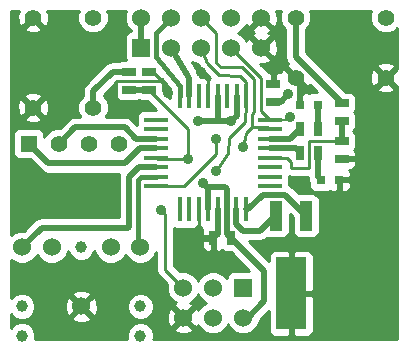
<source format=gtl>
G04 (created by PCBNEW (2013-04-19 BZR 4011)-stable) date 6/24/2013 11:27:29 PM*
%MOIN*%
G04 Gerber Fmt 3.4, Leading zero omitted, Abs format*
%FSLAX34Y34*%
G01*
G70*
G90*
G04 APERTURE LIST*
%ADD10C,0.006*%
%ADD11R,0.055X0.055*%
%ADD12C,0.055*%
%ADD13R,0.06X0.06*%
%ADD14C,0.06*%
%ADD15R,0.045X0.025*%
%ADD16R,0.025X0.045*%
%ADD17R,0.0314X0.0314*%
%ADD18R,0.04X0.099*%
%ADD19R,0.099X0.24*%
%ADD20C,0.0393701*%
%ADD21R,0.0177X0.0787*%
%ADD22R,0.0787X0.0177*%
%ADD23C,0.035*%
%ADD24C,0.02*%
%ADD25C,0.015*%
%ADD26C,0.01*%
G04 APERTURE END LIST*
G54D10*
G54D11*
X71850Y-42700D03*
G54D12*
X72850Y-42700D03*
X73850Y-42700D03*
X74850Y-42700D03*
G54D13*
X75600Y-39500D03*
G54D14*
X75600Y-38500D03*
X76600Y-39500D03*
X76600Y-38500D03*
X77600Y-39500D03*
X77600Y-38500D03*
X78600Y-39500D03*
X78600Y-38500D03*
X79600Y-39500D03*
X79600Y-38500D03*
G54D13*
X79000Y-47500D03*
G54D14*
X79000Y-48500D03*
X78000Y-47500D03*
X78000Y-48500D03*
X77000Y-47500D03*
X77000Y-48500D03*
G54D15*
X75200Y-40300D03*
X75200Y-40900D03*
G54D12*
X72000Y-38500D03*
X74000Y-38500D03*
X72000Y-41500D03*
X74000Y-41500D03*
G54D16*
X80900Y-43000D03*
X81500Y-43000D03*
G54D17*
X81605Y-43900D03*
X82195Y-43900D03*
G54D18*
X81100Y-45105D03*
X80100Y-45105D03*
G54D19*
X80600Y-47690D03*
G54D16*
X78600Y-45850D03*
X78000Y-45850D03*
G54D15*
X80000Y-41300D03*
X80000Y-40700D03*
G54D14*
X71631Y-46153D03*
X72615Y-46153D03*
X74584Y-46153D03*
X75568Y-46153D03*
X73600Y-48122D03*
G54D20*
X71631Y-48122D03*
X75568Y-48122D03*
X75568Y-49106D03*
X71631Y-49106D03*
X73600Y-46153D03*
G54D12*
X80750Y-40500D03*
X80750Y-38500D03*
X83750Y-40500D03*
X83750Y-38500D03*
G54D15*
X82300Y-42600D03*
X82300Y-43200D03*
X75850Y-40900D03*
X75850Y-40300D03*
X82300Y-41350D03*
X82300Y-41950D03*
G54D16*
X80900Y-42200D03*
X81500Y-42200D03*
G54D17*
X81495Y-41400D03*
X80905Y-41400D03*
G54D21*
X79093Y-44896D03*
X78778Y-44896D03*
X78463Y-44896D03*
X78148Y-44896D03*
X77833Y-44896D03*
X77518Y-44896D03*
X77203Y-44896D03*
X76888Y-44896D03*
X76890Y-41130D03*
X79100Y-41130D03*
X78780Y-41130D03*
X78460Y-41130D03*
X78150Y-41130D03*
X77830Y-41130D03*
X77520Y-41130D03*
X77200Y-41130D03*
G54D22*
X76100Y-44112D03*
X76100Y-43798D03*
X76100Y-43482D03*
X76100Y-43168D03*
X76100Y-42852D03*
X76100Y-42538D03*
X76100Y-42222D03*
X76100Y-41908D03*
X79880Y-44110D03*
X79880Y-43800D03*
X79880Y-43480D03*
X79880Y-43170D03*
X79880Y-42860D03*
X79880Y-42540D03*
X79880Y-42220D03*
X79880Y-41900D03*
G54D23*
X78100Y-42550D03*
X80550Y-41800D03*
X79000Y-42800D03*
X76250Y-44900D03*
X77150Y-43200D03*
X78100Y-43600D03*
X81700Y-48500D03*
X81700Y-47100D03*
X83700Y-48900D03*
X83300Y-42900D03*
X83200Y-44600D03*
X82400Y-45900D03*
X77200Y-46200D03*
X74900Y-41600D03*
X71500Y-43700D03*
X77600Y-40300D03*
X76500Y-41000D03*
X77650Y-44000D03*
X77500Y-41950D03*
X80500Y-41050D03*
X78600Y-41950D03*
G54D24*
X76600Y-39500D02*
X77200Y-40500D01*
X77200Y-40500D02*
X77200Y-41130D01*
G54D25*
X76890Y-41130D02*
X76890Y-40790D01*
X76100Y-39000D02*
X76600Y-38500D01*
X76100Y-39800D02*
X76100Y-39000D01*
X76890Y-40790D02*
X76100Y-39800D01*
G54D26*
X77038Y-44112D02*
X76100Y-44112D01*
X78100Y-43050D02*
X77038Y-44112D01*
X78100Y-42550D02*
X78100Y-43050D01*
G54D24*
X79880Y-42860D02*
X80760Y-42860D01*
X80760Y-42860D02*
X80900Y-43000D01*
X79880Y-42540D02*
X80560Y-42540D01*
X80560Y-42540D02*
X80900Y-42200D01*
G54D10*
X79880Y-41900D02*
X80450Y-41900D01*
X80450Y-41900D02*
X80550Y-41800D01*
G54D26*
X78600Y-39500D02*
X79600Y-40500D01*
X79600Y-41620D02*
X79880Y-41900D01*
X79600Y-40500D02*
X79600Y-41620D01*
X79100Y-42350D02*
X79300Y-42150D01*
X79000Y-42800D02*
X79100Y-42350D01*
X79880Y-42220D02*
X79810Y-42150D01*
X78100Y-39000D02*
X77600Y-38500D01*
X78100Y-40000D02*
X78100Y-39000D01*
X78250Y-40150D02*
X78100Y-40000D01*
X78400Y-40150D02*
X78250Y-40150D01*
X78950Y-40150D02*
X78400Y-40150D01*
X79350Y-40550D02*
X78950Y-40150D01*
X79350Y-41650D02*
X79350Y-40550D01*
X79300Y-41700D02*
X79350Y-41650D01*
X79300Y-42150D02*
X79300Y-41700D01*
X79810Y-42150D02*
X79300Y-42150D01*
X75850Y-40900D02*
X77150Y-42200D01*
X77150Y-42200D02*
X77150Y-43200D01*
X77000Y-47500D02*
X76400Y-46900D01*
X76400Y-46900D02*
X76400Y-45050D01*
X76400Y-45050D02*
X76250Y-44900D01*
G54D10*
X76132Y-43200D02*
X76100Y-43168D01*
G54D26*
X77150Y-43200D02*
X76132Y-43200D01*
G54D24*
X75200Y-40900D02*
X75850Y-40900D01*
G54D25*
X76100Y-43798D02*
X75602Y-43798D01*
X75500Y-46085D02*
X75568Y-46153D01*
X75500Y-43900D02*
X75500Y-46085D01*
X75602Y-43798D02*
X75500Y-43900D01*
G54D26*
X79100Y-41130D02*
X79100Y-41640D01*
X78500Y-43000D02*
X78100Y-43600D01*
X78530Y-42510D02*
X78500Y-43000D01*
X79070Y-41970D02*
X78530Y-42510D01*
X79070Y-41670D02*
X79070Y-41970D01*
X79100Y-41640D02*
X79070Y-41670D01*
X77600Y-39500D02*
X77800Y-40000D01*
X79100Y-40650D02*
X79100Y-41130D01*
X78900Y-40450D02*
X79100Y-40650D01*
X78200Y-40400D02*
X78900Y-40450D01*
X77800Y-40000D02*
X78200Y-40400D01*
G54D24*
X71850Y-42700D02*
X72500Y-43350D01*
X75548Y-42852D02*
X76100Y-42852D01*
X75050Y-43350D02*
X75548Y-42852D01*
X72500Y-43350D02*
X75050Y-43350D01*
X72850Y-42700D02*
X73400Y-42150D01*
X75438Y-42538D02*
X76100Y-42538D01*
X75050Y-42150D02*
X75438Y-42538D01*
X73400Y-42150D02*
X75050Y-42150D01*
X80100Y-45105D02*
X80045Y-45105D01*
X78778Y-45378D02*
X78778Y-44896D01*
X79000Y-45600D02*
X78778Y-45378D01*
X79550Y-45600D02*
X79000Y-45600D01*
X80045Y-45105D02*
X79550Y-45600D01*
X79093Y-44896D02*
X79154Y-44896D01*
X80395Y-44400D02*
X81100Y-45105D01*
X79650Y-44400D02*
X80395Y-44400D01*
X79154Y-44896D02*
X79650Y-44400D01*
X76100Y-43482D02*
X75529Y-43482D01*
X72285Y-45500D02*
X71631Y-46153D01*
X75150Y-45500D02*
X72285Y-45500D01*
X75200Y-45450D02*
X75150Y-45500D01*
X75200Y-43811D02*
X75200Y-45450D01*
X75529Y-43482D02*
X75200Y-43811D01*
G54D26*
X82300Y-42600D02*
X81200Y-42600D01*
X80470Y-43170D02*
X79880Y-43170D01*
X80600Y-43300D02*
X80470Y-43170D01*
X80600Y-43500D02*
X80600Y-43300D01*
X81200Y-43500D02*
X80600Y-43500D01*
X81200Y-42600D02*
X81200Y-43500D01*
G54D24*
X82300Y-41950D02*
X82300Y-42600D01*
G54D26*
X83700Y-48900D02*
X83700Y-47200D01*
X81390Y-47690D02*
X81700Y-48000D01*
X81700Y-48000D02*
X81700Y-48500D01*
X81700Y-47100D02*
X83500Y-48900D01*
X83500Y-48900D02*
X83700Y-48900D01*
X80600Y-47690D02*
X81390Y-47690D01*
X83300Y-44500D02*
X83300Y-42900D01*
X83200Y-44600D02*
X83300Y-44500D01*
X83700Y-47200D02*
X82400Y-45900D01*
G54D24*
X78000Y-45850D02*
X77550Y-45850D01*
X77550Y-45850D02*
X77200Y-46200D01*
G54D26*
X74750Y-40650D02*
X74750Y-41450D01*
X74750Y-41450D02*
X74900Y-41600D01*
X77518Y-44896D02*
X77518Y-45582D01*
X77518Y-45582D02*
X77500Y-45600D01*
X76500Y-40800D02*
X76500Y-41000D01*
X77830Y-40530D02*
X77830Y-41130D01*
X77600Y-40300D02*
X77830Y-40530D01*
X75850Y-40300D02*
X76000Y-40300D01*
X74700Y-40700D02*
X74750Y-40650D01*
X74750Y-40650D02*
X74800Y-40600D01*
X74800Y-40600D02*
X76300Y-40600D01*
X76300Y-40600D02*
X76500Y-40800D01*
X74700Y-40700D02*
X74700Y-40900D01*
X76000Y-40300D02*
X76500Y-40800D01*
G54D24*
X80905Y-41400D02*
X80905Y-40655D01*
X80905Y-40655D02*
X80750Y-40500D01*
X78148Y-44896D02*
X78148Y-45702D01*
X78148Y-45702D02*
X78000Y-45850D01*
X80750Y-38500D02*
X80750Y-39800D01*
X80750Y-39800D02*
X82300Y-41350D01*
X81495Y-41400D02*
X81495Y-42195D01*
X81495Y-42195D02*
X81500Y-42200D01*
X74000Y-41500D02*
X74000Y-40950D01*
X74650Y-40300D02*
X75200Y-40300D01*
X74000Y-40950D02*
X74650Y-40300D01*
X81500Y-43000D02*
X81500Y-43795D01*
X81500Y-43795D02*
X81495Y-43800D01*
X77833Y-44250D02*
X77833Y-44183D01*
X77833Y-44183D02*
X77650Y-44000D01*
X78463Y-44896D02*
X78463Y-44213D01*
X77833Y-44167D02*
X77833Y-44250D01*
X77833Y-44250D02*
X77833Y-44896D01*
X77850Y-44150D02*
X77833Y-44167D01*
X78400Y-44150D02*
X77850Y-44150D01*
X78463Y-44213D02*
X78400Y-44150D01*
X79000Y-48500D02*
X79150Y-48500D01*
X79700Y-46950D02*
X78600Y-45850D01*
X79700Y-47950D02*
X79700Y-46950D01*
X79150Y-48500D02*
X79700Y-47950D01*
X77500Y-41950D02*
X78600Y-41950D01*
X78600Y-41950D02*
X78200Y-41950D01*
X78200Y-41950D02*
X78150Y-41900D01*
X78150Y-41900D02*
X78150Y-41130D01*
X80000Y-41300D02*
X80250Y-41300D01*
X80250Y-41300D02*
X80500Y-41050D01*
X78780Y-41770D02*
X78780Y-41130D01*
X78600Y-41950D02*
X78780Y-41770D01*
X78463Y-44896D02*
X78463Y-45713D01*
X78463Y-45713D02*
X78600Y-45850D01*
X75600Y-38500D02*
X75600Y-39500D01*
G54D10*
G36*
X74926Y-42705D02*
X74855Y-42776D01*
X74850Y-42770D01*
X74844Y-42776D01*
X74773Y-42705D01*
X74779Y-42700D01*
X74773Y-42694D01*
X74844Y-42623D01*
X74850Y-42629D01*
X74855Y-42623D01*
X74926Y-42694D01*
X74920Y-42700D01*
X74926Y-42705D01*
X74926Y-42705D01*
G37*
G54D26*
X74926Y-42705D02*
X74855Y-42776D01*
X74850Y-42770D01*
X74844Y-42776D01*
X74773Y-42705D01*
X74779Y-42700D01*
X74773Y-42694D01*
X74844Y-42623D01*
X74850Y-42629D01*
X74855Y-42623D01*
X74926Y-42694D01*
X74920Y-42700D01*
X74926Y-42705D01*
G54D10*
G36*
X75250Y-38950D02*
X75158Y-38987D01*
X75088Y-39058D01*
X75050Y-39150D01*
X75049Y-39249D01*
X75049Y-39849D01*
X75081Y-39924D01*
X74925Y-39924D01*
X74864Y-39950D01*
X74650Y-39950D01*
X74516Y-39976D01*
X74402Y-40052D01*
X73752Y-40702D01*
X73676Y-40816D01*
X73650Y-40950D01*
X73650Y-41107D01*
X73555Y-41202D01*
X73475Y-41395D01*
X73474Y-41603D01*
X73554Y-41797D01*
X73557Y-41800D01*
X73400Y-41800D01*
X73266Y-41826D01*
X73152Y-41902D01*
X72879Y-42175D01*
X72746Y-42174D01*
X72553Y-42254D01*
X72529Y-42277D01*
X72529Y-41575D01*
X72518Y-41367D01*
X72460Y-41227D01*
X72367Y-41202D01*
X72297Y-41273D01*
X72297Y-41132D01*
X72297Y-38867D01*
X72000Y-38570D01*
X71702Y-38867D01*
X71727Y-38960D01*
X71924Y-39029D01*
X72132Y-39018D01*
X72272Y-38960D01*
X72297Y-38867D01*
X72297Y-41132D01*
X72272Y-41039D01*
X72075Y-40970D01*
X71867Y-40981D01*
X71727Y-41039D01*
X71702Y-41132D01*
X72000Y-41429D01*
X72297Y-41132D01*
X72297Y-41273D01*
X72070Y-41500D01*
X72367Y-41797D01*
X72460Y-41772D01*
X72529Y-41575D01*
X72529Y-42277D01*
X72405Y-42402D01*
X72375Y-42474D01*
X72375Y-42375D01*
X72337Y-42283D01*
X72297Y-42243D01*
X72297Y-41867D01*
X72000Y-41570D01*
X71929Y-41641D01*
X71929Y-41500D01*
X71632Y-41202D01*
X71539Y-41227D01*
X71470Y-41424D01*
X71481Y-41632D01*
X71539Y-41772D01*
X71632Y-41797D01*
X71929Y-41500D01*
X71929Y-41641D01*
X71702Y-41867D01*
X71727Y-41960D01*
X71924Y-42029D01*
X72132Y-42018D01*
X72272Y-41960D01*
X72297Y-41867D01*
X72297Y-42243D01*
X72266Y-42213D01*
X72174Y-42175D01*
X72075Y-42174D01*
X71525Y-42174D01*
X71433Y-42212D01*
X71363Y-42283D01*
X71325Y-42375D01*
X71324Y-42474D01*
X71324Y-43024D01*
X71362Y-43116D01*
X71433Y-43186D01*
X71525Y-43224D01*
X71624Y-43225D01*
X71880Y-43225D01*
X72252Y-43597D01*
X72366Y-43673D01*
X72500Y-43700D01*
X74872Y-43700D01*
X74850Y-43811D01*
X74850Y-45150D01*
X72285Y-45150D01*
X72151Y-45176D01*
X72037Y-45252D01*
X71686Y-45603D01*
X71522Y-45603D01*
X71320Y-45687D01*
X71269Y-45737D01*
X71269Y-38269D01*
X71524Y-38269D01*
X71470Y-38424D01*
X71481Y-38632D01*
X71539Y-38772D01*
X71632Y-38797D01*
X71929Y-38500D01*
X71923Y-38494D01*
X71994Y-38423D01*
X72000Y-38429D01*
X72005Y-38423D01*
X72076Y-38494D01*
X72070Y-38500D01*
X72367Y-38797D01*
X72460Y-38772D01*
X72529Y-38575D01*
X72518Y-38367D01*
X72478Y-38269D01*
X73527Y-38269D01*
X73475Y-38395D01*
X73474Y-38603D01*
X73554Y-38797D01*
X73702Y-38944D01*
X73895Y-39024D01*
X74103Y-39025D01*
X74297Y-38945D01*
X74444Y-38797D01*
X74524Y-38604D01*
X74525Y-38396D01*
X74472Y-38269D01*
X75100Y-38269D01*
X75050Y-38390D01*
X75049Y-38608D01*
X75133Y-38811D01*
X75250Y-38927D01*
X75250Y-38950D01*
X75250Y-38950D01*
G37*
G54D26*
X75250Y-38950D02*
X75158Y-38987D01*
X75088Y-39058D01*
X75050Y-39150D01*
X75049Y-39249D01*
X75049Y-39849D01*
X75081Y-39924D01*
X74925Y-39924D01*
X74864Y-39950D01*
X74650Y-39950D01*
X74516Y-39976D01*
X74402Y-40052D01*
X73752Y-40702D01*
X73676Y-40816D01*
X73650Y-40950D01*
X73650Y-41107D01*
X73555Y-41202D01*
X73475Y-41395D01*
X73474Y-41603D01*
X73554Y-41797D01*
X73557Y-41800D01*
X73400Y-41800D01*
X73266Y-41826D01*
X73152Y-41902D01*
X72879Y-42175D01*
X72746Y-42174D01*
X72553Y-42254D01*
X72529Y-42277D01*
X72529Y-41575D01*
X72518Y-41367D01*
X72460Y-41227D01*
X72367Y-41202D01*
X72297Y-41273D01*
X72297Y-41132D01*
X72297Y-38867D01*
X72000Y-38570D01*
X71702Y-38867D01*
X71727Y-38960D01*
X71924Y-39029D01*
X72132Y-39018D01*
X72272Y-38960D01*
X72297Y-38867D01*
X72297Y-41132D01*
X72272Y-41039D01*
X72075Y-40970D01*
X71867Y-40981D01*
X71727Y-41039D01*
X71702Y-41132D01*
X72000Y-41429D01*
X72297Y-41132D01*
X72297Y-41273D01*
X72070Y-41500D01*
X72367Y-41797D01*
X72460Y-41772D01*
X72529Y-41575D01*
X72529Y-42277D01*
X72405Y-42402D01*
X72375Y-42474D01*
X72375Y-42375D01*
X72337Y-42283D01*
X72297Y-42243D01*
X72297Y-41867D01*
X72000Y-41570D01*
X71929Y-41641D01*
X71929Y-41500D01*
X71632Y-41202D01*
X71539Y-41227D01*
X71470Y-41424D01*
X71481Y-41632D01*
X71539Y-41772D01*
X71632Y-41797D01*
X71929Y-41500D01*
X71929Y-41641D01*
X71702Y-41867D01*
X71727Y-41960D01*
X71924Y-42029D01*
X72132Y-42018D01*
X72272Y-41960D01*
X72297Y-41867D01*
X72297Y-42243D01*
X72266Y-42213D01*
X72174Y-42175D01*
X72075Y-42174D01*
X71525Y-42174D01*
X71433Y-42212D01*
X71363Y-42283D01*
X71325Y-42375D01*
X71324Y-42474D01*
X71324Y-43024D01*
X71362Y-43116D01*
X71433Y-43186D01*
X71525Y-43224D01*
X71624Y-43225D01*
X71880Y-43225D01*
X72252Y-43597D01*
X72366Y-43673D01*
X72500Y-43700D01*
X74872Y-43700D01*
X74850Y-43811D01*
X74850Y-45150D01*
X72285Y-45150D01*
X72151Y-45176D01*
X72037Y-45252D01*
X71686Y-45603D01*
X71522Y-45603D01*
X71320Y-45687D01*
X71269Y-45737D01*
X71269Y-38269D01*
X71524Y-38269D01*
X71470Y-38424D01*
X71481Y-38632D01*
X71539Y-38772D01*
X71632Y-38797D01*
X71929Y-38500D01*
X71923Y-38494D01*
X71994Y-38423D01*
X72000Y-38429D01*
X72005Y-38423D01*
X72076Y-38494D01*
X72070Y-38500D01*
X72367Y-38797D01*
X72460Y-38772D01*
X72529Y-38575D01*
X72518Y-38367D01*
X72478Y-38269D01*
X73527Y-38269D01*
X73475Y-38395D01*
X73474Y-38603D01*
X73554Y-38797D01*
X73702Y-38944D01*
X73895Y-39024D01*
X74103Y-39025D01*
X74297Y-38945D01*
X74444Y-38797D01*
X74524Y-38604D01*
X74525Y-38396D01*
X74472Y-38269D01*
X75100Y-38269D01*
X75050Y-38390D01*
X75049Y-38608D01*
X75133Y-38811D01*
X75250Y-38927D01*
X75250Y-38950D01*
G54D10*
G36*
X75907Y-40350D02*
X75900Y-40350D01*
X75900Y-40357D01*
X75800Y-40357D01*
X75800Y-40350D01*
X75792Y-40350D01*
X75792Y-40250D01*
X75800Y-40250D01*
X75800Y-40242D01*
X75900Y-40242D01*
X75900Y-40250D01*
X75907Y-40250D01*
X75907Y-40350D01*
X75907Y-40350D01*
G37*
G54D26*
X75907Y-40350D02*
X75900Y-40350D01*
X75900Y-40357D01*
X75800Y-40357D01*
X75800Y-40350D01*
X75792Y-40350D01*
X75792Y-40250D01*
X75800Y-40250D01*
X75800Y-40242D01*
X75900Y-40242D01*
X75900Y-40250D01*
X75907Y-40250D01*
X75907Y-40350D01*
G54D10*
G36*
X76095Y-41569D02*
X75656Y-41569D01*
X75565Y-41607D01*
X75494Y-41677D01*
X75456Y-41769D01*
X75456Y-41869D01*
X75456Y-42046D01*
X75464Y-42064D01*
X75462Y-42068D01*
X75297Y-41902D01*
X75183Y-41826D01*
X75050Y-41800D01*
X74442Y-41800D01*
X74444Y-41797D01*
X74524Y-41604D01*
X74525Y-41396D01*
X74445Y-41203D01*
X74350Y-41107D01*
X74350Y-41094D01*
X74728Y-40716D01*
X74725Y-40725D01*
X74724Y-40824D01*
X74724Y-41074D01*
X74762Y-41166D01*
X74833Y-41236D01*
X74925Y-41274D01*
X75024Y-41275D01*
X75474Y-41275D01*
X75525Y-41254D01*
X75575Y-41274D01*
X75674Y-41275D01*
X75800Y-41275D01*
X76095Y-41569D01*
X76095Y-41569D01*
G37*
G54D26*
X76095Y-41569D02*
X75656Y-41569D01*
X75565Y-41607D01*
X75494Y-41677D01*
X75456Y-41769D01*
X75456Y-41869D01*
X75456Y-42046D01*
X75464Y-42064D01*
X75462Y-42068D01*
X75297Y-41902D01*
X75183Y-41826D01*
X75050Y-41800D01*
X74442Y-41800D01*
X74444Y-41797D01*
X74524Y-41604D01*
X74525Y-41396D01*
X74445Y-41203D01*
X74350Y-41107D01*
X74350Y-41094D01*
X74728Y-40716D01*
X74725Y-40725D01*
X74724Y-40824D01*
X74724Y-41074D01*
X74762Y-41166D01*
X74833Y-41236D01*
X74925Y-41274D01*
X75024Y-41275D01*
X75474Y-41275D01*
X75525Y-41254D01*
X75575Y-41274D01*
X75674Y-41275D01*
X75800Y-41275D01*
X76095Y-41569D01*
G54D10*
G36*
X76551Y-41177D02*
X76325Y-40950D01*
X76325Y-40725D01*
X76287Y-40633D01*
X76253Y-40600D01*
X76287Y-40566D01*
X76290Y-40559D01*
X76551Y-40886D01*
X76551Y-41177D01*
X76551Y-41177D01*
G37*
G54D26*
X76551Y-41177D02*
X76325Y-40950D01*
X76325Y-40725D01*
X76287Y-40633D01*
X76253Y-40600D01*
X76287Y-40566D01*
X76290Y-40559D01*
X76551Y-40886D01*
X76551Y-41177D01*
G54D10*
G36*
X77899Y-40523D02*
X77874Y-40549D01*
X77874Y-40570D01*
X77849Y-40594D01*
X77835Y-40630D01*
X77820Y-40595D01*
X77785Y-40560D01*
X77785Y-40549D01*
X77723Y-40486D01*
X77691Y-40486D01*
X77675Y-40493D01*
X77658Y-40486D01*
X77558Y-40486D01*
X77547Y-40486D01*
X77545Y-40476D01*
X77546Y-40447D01*
X77530Y-40403D01*
X77523Y-40366D01*
X77510Y-40346D01*
X77500Y-40319D01*
X77288Y-39966D01*
X77490Y-40049D01*
X77496Y-40049D01*
X77521Y-40111D01*
X77522Y-40113D01*
X77522Y-40114D01*
X77553Y-40161D01*
X77585Y-40209D01*
X77586Y-40210D01*
X77587Y-40212D01*
X77899Y-40523D01*
X77899Y-40523D01*
G37*
G54D26*
X77899Y-40523D02*
X77874Y-40549D01*
X77874Y-40570D01*
X77849Y-40594D01*
X77835Y-40630D01*
X77820Y-40595D01*
X77785Y-40560D01*
X77785Y-40549D01*
X77723Y-40486D01*
X77691Y-40486D01*
X77675Y-40493D01*
X77658Y-40486D01*
X77558Y-40486D01*
X77547Y-40486D01*
X77545Y-40476D01*
X77546Y-40447D01*
X77530Y-40403D01*
X77523Y-40366D01*
X77510Y-40346D01*
X77500Y-40319D01*
X77288Y-39966D01*
X77490Y-40049D01*
X77496Y-40049D01*
X77521Y-40111D01*
X77522Y-40113D01*
X77522Y-40114D01*
X77553Y-40161D01*
X77585Y-40209D01*
X77586Y-40210D01*
X77587Y-40212D01*
X77899Y-40523D01*
G54D10*
G36*
X79204Y-46949D02*
X78650Y-46949D01*
X78558Y-46987D01*
X78488Y-47058D01*
X78450Y-47150D01*
X78450Y-47172D01*
X78311Y-47034D01*
X78109Y-46950D01*
X77950Y-46949D01*
X77950Y-46262D01*
X77950Y-45900D01*
X77687Y-45900D01*
X77625Y-45962D01*
X77624Y-46025D01*
X77625Y-46124D01*
X77663Y-46216D01*
X77733Y-46287D01*
X77825Y-46325D01*
X77887Y-46325D01*
X77950Y-46262D01*
X77950Y-46949D01*
X77891Y-46949D01*
X77688Y-47033D01*
X77534Y-47188D01*
X77500Y-47269D01*
X77466Y-47188D01*
X77311Y-47034D01*
X77109Y-46950D01*
X76891Y-46949D01*
X76879Y-46954D01*
X76700Y-46775D01*
X76700Y-45518D01*
X76749Y-45539D01*
X76849Y-45539D01*
X77026Y-45539D01*
X77045Y-45531D01*
X77064Y-45539D01*
X77164Y-45539D01*
X77341Y-45539D01*
X77360Y-45531D01*
X77379Y-45539D01*
X77411Y-45539D01*
X77473Y-45477D01*
X77473Y-45460D01*
X77503Y-45431D01*
X77517Y-45395D01*
X77532Y-45430D01*
X77562Y-45460D01*
X77562Y-45477D01*
X77624Y-45539D01*
X77639Y-45539D01*
X77625Y-45575D01*
X77624Y-45674D01*
X77625Y-45737D01*
X77687Y-45800D01*
X77950Y-45800D01*
X77950Y-45792D01*
X78050Y-45792D01*
X78050Y-45800D01*
X78057Y-45800D01*
X78057Y-45900D01*
X78050Y-45900D01*
X78050Y-46262D01*
X78112Y-46325D01*
X78174Y-46325D01*
X78266Y-46287D01*
X78299Y-46253D01*
X78333Y-46286D01*
X78425Y-46324D01*
X78524Y-46325D01*
X78580Y-46325D01*
X79204Y-46949D01*
X79204Y-46949D01*
G37*
G54D26*
X79204Y-46949D02*
X78650Y-46949D01*
X78558Y-46987D01*
X78488Y-47058D01*
X78450Y-47150D01*
X78450Y-47172D01*
X78311Y-47034D01*
X78109Y-46950D01*
X77950Y-46949D01*
X77950Y-46262D01*
X77950Y-45900D01*
X77687Y-45900D01*
X77625Y-45962D01*
X77624Y-46025D01*
X77625Y-46124D01*
X77663Y-46216D01*
X77733Y-46287D01*
X77825Y-46325D01*
X77887Y-46325D01*
X77950Y-46262D01*
X77950Y-46949D01*
X77891Y-46949D01*
X77688Y-47033D01*
X77534Y-47188D01*
X77500Y-47269D01*
X77466Y-47188D01*
X77311Y-47034D01*
X77109Y-46950D01*
X76891Y-46949D01*
X76879Y-46954D01*
X76700Y-46775D01*
X76700Y-45518D01*
X76749Y-45539D01*
X76849Y-45539D01*
X77026Y-45539D01*
X77045Y-45531D01*
X77064Y-45539D01*
X77164Y-45539D01*
X77341Y-45539D01*
X77360Y-45531D01*
X77379Y-45539D01*
X77411Y-45539D01*
X77473Y-45477D01*
X77473Y-45460D01*
X77503Y-45431D01*
X77517Y-45395D01*
X77532Y-45430D01*
X77562Y-45460D01*
X77562Y-45477D01*
X77624Y-45539D01*
X77639Y-45539D01*
X77625Y-45575D01*
X77624Y-45674D01*
X77625Y-45737D01*
X77687Y-45800D01*
X77950Y-45800D01*
X77950Y-45792D01*
X78050Y-45792D01*
X78050Y-45800D01*
X78057Y-45800D01*
X78057Y-45900D01*
X78050Y-45900D01*
X78050Y-46262D01*
X78112Y-46325D01*
X78174Y-46325D01*
X78266Y-46287D01*
X78299Y-46253D01*
X78333Y-46286D01*
X78425Y-46324D01*
X78524Y-46325D01*
X78580Y-46325D01*
X79204Y-46949D01*
G54D10*
G36*
X80962Y-41450D02*
X80955Y-41450D01*
X80955Y-41457D01*
X80855Y-41457D01*
X80855Y-41450D01*
X80847Y-41450D01*
X80847Y-41350D01*
X80855Y-41350D01*
X80855Y-41342D01*
X80955Y-41342D01*
X80955Y-41350D01*
X80962Y-41350D01*
X80962Y-41450D01*
X80962Y-41450D01*
G37*
G54D26*
X80962Y-41450D02*
X80955Y-41450D01*
X80955Y-41457D01*
X80855Y-41457D01*
X80855Y-41450D01*
X80847Y-41450D01*
X80847Y-41350D01*
X80855Y-41350D01*
X80855Y-41342D01*
X80955Y-41342D01*
X80955Y-41350D01*
X80962Y-41350D01*
X80962Y-41450D01*
G54D10*
G36*
X81447Y-40992D02*
X81288Y-40992D01*
X81200Y-41029D01*
X81111Y-40992D01*
X81017Y-40993D01*
X80955Y-41055D01*
X80955Y-40993D01*
X80944Y-40993D01*
X81022Y-40960D01*
X81047Y-40867D01*
X80750Y-40570D01*
X80744Y-40576D01*
X80673Y-40505D01*
X80679Y-40500D01*
X80382Y-40202D01*
X80289Y-40227D01*
X80255Y-40325D01*
X80175Y-40324D01*
X80154Y-40324D01*
X80154Y-39581D01*
X80143Y-39363D01*
X80081Y-39212D01*
X79985Y-39184D01*
X79915Y-39255D01*
X79915Y-39114D01*
X79887Y-39018D01*
X79839Y-39001D01*
X79887Y-38981D01*
X79915Y-38885D01*
X79600Y-38570D01*
X79284Y-38885D01*
X79312Y-38981D01*
X79360Y-38998D01*
X79312Y-39018D01*
X79284Y-39114D01*
X79600Y-39429D01*
X79915Y-39114D01*
X79915Y-39255D01*
X79670Y-39500D01*
X79985Y-39815D01*
X80081Y-39787D01*
X80154Y-39581D01*
X80154Y-40324D01*
X80112Y-40325D01*
X80050Y-40387D01*
X80050Y-40650D01*
X80057Y-40650D01*
X80057Y-40750D01*
X80050Y-40750D01*
X80050Y-40757D01*
X79950Y-40757D01*
X79950Y-40750D01*
X79942Y-40750D01*
X79942Y-40650D01*
X79950Y-40650D01*
X79950Y-40387D01*
X79887Y-40325D01*
X79836Y-40324D01*
X79812Y-40287D01*
X79812Y-40287D01*
X79576Y-40051D01*
X79736Y-40043D01*
X79887Y-39981D01*
X79915Y-39885D01*
X79600Y-39570D01*
X79594Y-39576D01*
X79523Y-39505D01*
X79529Y-39500D01*
X79214Y-39184D01*
X79118Y-39212D01*
X79099Y-39267D01*
X79066Y-39188D01*
X78911Y-39034D01*
X78830Y-39000D01*
X78911Y-38966D01*
X79065Y-38811D01*
X79097Y-38736D01*
X79118Y-38787D01*
X79214Y-38815D01*
X79529Y-38500D01*
X79523Y-38494D01*
X79594Y-38423D01*
X79600Y-38429D01*
X79605Y-38423D01*
X79676Y-38494D01*
X79670Y-38500D01*
X79985Y-38815D01*
X80081Y-38787D01*
X80154Y-38581D01*
X80143Y-38363D01*
X80105Y-38269D01*
X80277Y-38269D01*
X80225Y-38395D01*
X80224Y-38603D01*
X80304Y-38797D01*
X80400Y-38892D01*
X80400Y-39800D01*
X80426Y-39933D01*
X80492Y-40032D01*
X80477Y-40039D01*
X80452Y-40132D01*
X80750Y-40429D01*
X80755Y-40423D01*
X80826Y-40494D01*
X80820Y-40500D01*
X81117Y-40797D01*
X81210Y-40772D01*
X81215Y-40760D01*
X81447Y-40992D01*
X81447Y-40992D01*
G37*
G54D26*
X81447Y-40992D02*
X81288Y-40992D01*
X81200Y-41029D01*
X81111Y-40992D01*
X81017Y-40993D01*
X80955Y-41055D01*
X80955Y-40993D01*
X80944Y-40993D01*
X81022Y-40960D01*
X81047Y-40867D01*
X80750Y-40570D01*
X80744Y-40576D01*
X80673Y-40505D01*
X80679Y-40500D01*
X80382Y-40202D01*
X80289Y-40227D01*
X80255Y-40325D01*
X80175Y-40324D01*
X80154Y-40324D01*
X80154Y-39581D01*
X80143Y-39363D01*
X80081Y-39212D01*
X79985Y-39184D01*
X79915Y-39255D01*
X79915Y-39114D01*
X79887Y-39018D01*
X79839Y-39001D01*
X79887Y-38981D01*
X79915Y-38885D01*
X79600Y-38570D01*
X79284Y-38885D01*
X79312Y-38981D01*
X79360Y-38998D01*
X79312Y-39018D01*
X79284Y-39114D01*
X79600Y-39429D01*
X79915Y-39114D01*
X79915Y-39255D01*
X79670Y-39500D01*
X79985Y-39815D01*
X80081Y-39787D01*
X80154Y-39581D01*
X80154Y-40324D01*
X80112Y-40325D01*
X80050Y-40387D01*
X80050Y-40650D01*
X80057Y-40650D01*
X80057Y-40750D01*
X80050Y-40750D01*
X80050Y-40757D01*
X79950Y-40757D01*
X79950Y-40750D01*
X79942Y-40750D01*
X79942Y-40650D01*
X79950Y-40650D01*
X79950Y-40387D01*
X79887Y-40325D01*
X79836Y-40324D01*
X79812Y-40287D01*
X79812Y-40287D01*
X79576Y-40051D01*
X79736Y-40043D01*
X79887Y-39981D01*
X79915Y-39885D01*
X79600Y-39570D01*
X79594Y-39576D01*
X79523Y-39505D01*
X79529Y-39500D01*
X79214Y-39184D01*
X79118Y-39212D01*
X79099Y-39267D01*
X79066Y-39188D01*
X78911Y-39034D01*
X78830Y-39000D01*
X78911Y-38966D01*
X79065Y-38811D01*
X79097Y-38736D01*
X79118Y-38787D01*
X79214Y-38815D01*
X79529Y-38500D01*
X79523Y-38494D01*
X79594Y-38423D01*
X79600Y-38429D01*
X79605Y-38423D01*
X79676Y-38494D01*
X79670Y-38500D01*
X79985Y-38815D01*
X80081Y-38787D01*
X80154Y-38581D01*
X80143Y-38363D01*
X80105Y-38269D01*
X80277Y-38269D01*
X80225Y-38395D01*
X80224Y-38603D01*
X80304Y-38797D01*
X80400Y-38892D01*
X80400Y-39800D01*
X80426Y-39933D01*
X80492Y-40032D01*
X80477Y-40039D01*
X80452Y-40132D01*
X80750Y-40429D01*
X80755Y-40423D01*
X80826Y-40494D01*
X80820Y-40500D01*
X81117Y-40797D01*
X81210Y-40772D01*
X81215Y-40760D01*
X81447Y-40992D01*
G54D10*
G36*
X84130Y-49230D02*
X84047Y-49230D01*
X84047Y-40867D01*
X83750Y-40570D01*
X83679Y-40641D01*
X83679Y-40500D01*
X83382Y-40202D01*
X83289Y-40227D01*
X83220Y-40424D01*
X83231Y-40632D01*
X83289Y-40772D01*
X83382Y-40797D01*
X83679Y-40500D01*
X83679Y-40641D01*
X83452Y-40867D01*
X83477Y-40960D01*
X83674Y-41029D01*
X83882Y-41018D01*
X84022Y-40960D01*
X84047Y-40867D01*
X84047Y-49230D01*
X82775Y-49230D01*
X82602Y-49230D01*
X82602Y-44007D01*
X82602Y-44012D01*
X82539Y-43950D01*
X82245Y-43950D01*
X82245Y-44244D01*
X82307Y-44307D01*
X82401Y-44307D01*
X82493Y-44269D01*
X82563Y-44198D01*
X82601Y-44106D01*
X82602Y-44007D01*
X82602Y-49230D01*
X81345Y-49230D01*
X81345Y-48939D01*
X81345Y-46440D01*
X81307Y-46348D01*
X81236Y-46278D01*
X81144Y-46240D01*
X81045Y-46239D01*
X80712Y-46240D01*
X80650Y-46302D01*
X80650Y-47640D01*
X81282Y-47640D01*
X81345Y-47577D01*
X81345Y-46440D01*
X81345Y-48939D01*
X81345Y-47802D01*
X81282Y-47740D01*
X80650Y-47740D01*
X80650Y-49077D01*
X80712Y-49140D01*
X81045Y-49140D01*
X81144Y-49139D01*
X81236Y-49101D01*
X81307Y-49031D01*
X81345Y-48939D01*
X81345Y-49230D01*
X77315Y-49230D01*
X77315Y-48885D01*
X77000Y-48570D01*
X76929Y-48641D01*
X76929Y-48500D01*
X76614Y-48184D01*
X76518Y-48212D01*
X76445Y-48418D01*
X76456Y-48636D01*
X76518Y-48787D01*
X76614Y-48815D01*
X76929Y-48500D01*
X76929Y-48641D01*
X76684Y-48885D01*
X76712Y-48981D01*
X76918Y-49054D01*
X77136Y-49043D01*
X77287Y-48981D01*
X77315Y-48885D01*
X77315Y-49230D01*
X76000Y-49230D01*
X76015Y-49195D01*
X76015Y-49017D01*
X76015Y-48033D01*
X75947Y-47869D01*
X75821Y-47743D01*
X75657Y-47675D01*
X75480Y-47675D01*
X75315Y-47743D01*
X75189Y-47868D01*
X75121Y-48032D01*
X75121Y-48210D01*
X75189Y-48374D01*
X75315Y-48500D01*
X75479Y-48568D01*
X75656Y-48568D01*
X75821Y-48501D01*
X75947Y-48375D01*
X76015Y-48211D01*
X76015Y-48033D01*
X76015Y-49017D01*
X75947Y-48853D01*
X75821Y-48727D01*
X75657Y-48659D01*
X75480Y-48659D01*
X75315Y-48727D01*
X75189Y-48852D01*
X75121Y-49017D01*
X75121Y-49194D01*
X75136Y-49230D01*
X74154Y-49230D01*
X74154Y-48203D01*
X74143Y-47985D01*
X74081Y-47834D01*
X73985Y-47806D01*
X73915Y-47877D01*
X73915Y-47736D01*
X73887Y-47640D01*
X73681Y-47567D01*
X73463Y-47578D01*
X73312Y-47640D01*
X73284Y-47736D01*
X73600Y-48051D01*
X73915Y-47736D01*
X73915Y-47877D01*
X73670Y-48122D01*
X73985Y-48437D01*
X74081Y-48409D01*
X74154Y-48203D01*
X74154Y-49230D01*
X73915Y-49230D01*
X73915Y-48507D01*
X73600Y-48192D01*
X73529Y-48263D01*
X73529Y-48122D01*
X73214Y-47806D01*
X73118Y-47834D01*
X73045Y-48040D01*
X73056Y-48258D01*
X73118Y-48409D01*
X73214Y-48437D01*
X73529Y-48122D01*
X73529Y-48263D01*
X73284Y-48507D01*
X73312Y-48603D01*
X73518Y-48676D01*
X73736Y-48665D01*
X73887Y-48603D01*
X73915Y-48507D01*
X73915Y-49230D01*
X72063Y-49230D01*
X72078Y-49195D01*
X72078Y-49017D01*
X72010Y-48853D01*
X71884Y-48727D01*
X71720Y-48659D01*
X71543Y-48659D01*
X71378Y-48727D01*
X71269Y-48836D01*
X71269Y-48392D01*
X71378Y-48500D01*
X71542Y-48568D01*
X71719Y-48568D01*
X71884Y-48501D01*
X72010Y-48375D01*
X72078Y-48211D01*
X72078Y-48033D01*
X72010Y-47869D01*
X71884Y-47743D01*
X71720Y-47675D01*
X71543Y-47675D01*
X71378Y-47743D01*
X71269Y-47851D01*
X71269Y-46569D01*
X71319Y-46619D01*
X71521Y-46703D01*
X71740Y-46703D01*
X71942Y-46620D01*
X72097Y-46465D01*
X72123Y-46402D01*
X72149Y-46464D01*
X72303Y-46619D01*
X72505Y-46703D01*
X72724Y-46703D01*
X72926Y-46620D01*
X73081Y-46465D01*
X73163Y-46267D01*
X73220Y-46406D01*
X73346Y-46532D01*
X73510Y-46600D01*
X73688Y-46600D01*
X73852Y-46532D01*
X73978Y-46406D01*
X74036Y-46267D01*
X74117Y-46464D01*
X74272Y-46619D01*
X74474Y-46703D01*
X74693Y-46703D01*
X74895Y-46620D01*
X75050Y-46465D01*
X75076Y-46402D01*
X75101Y-46464D01*
X75256Y-46619D01*
X75458Y-46703D01*
X75677Y-46703D01*
X75879Y-46620D01*
X76034Y-46465D01*
X76100Y-46307D01*
X76100Y-46900D01*
X76122Y-47014D01*
X76187Y-47112D01*
X76454Y-47378D01*
X76450Y-47390D01*
X76449Y-47608D01*
X76533Y-47811D01*
X76688Y-47965D01*
X76763Y-47997D01*
X76712Y-48018D01*
X76684Y-48114D01*
X77000Y-48429D01*
X77315Y-48114D01*
X77287Y-48018D01*
X77232Y-47999D01*
X77311Y-47966D01*
X77465Y-47811D01*
X77499Y-47730D01*
X77533Y-47811D01*
X77688Y-47965D01*
X77769Y-47999D01*
X77688Y-48033D01*
X77534Y-48188D01*
X77502Y-48263D01*
X77481Y-48212D01*
X77385Y-48184D01*
X77070Y-48500D01*
X77385Y-48815D01*
X77481Y-48787D01*
X77500Y-48732D01*
X77533Y-48811D01*
X77688Y-48965D01*
X77890Y-49049D01*
X78108Y-49050D01*
X78311Y-48966D01*
X78465Y-48811D01*
X78499Y-48730D01*
X78533Y-48811D01*
X78688Y-48965D01*
X78890Y-49049D01*
X79108Y-49050D01*
X79311Y-48966D01*
X79465Y-48811D01*
X79549Y-48609D01*
X79549Y-48595D01*
X79854Y-48289D01*
X79854Y-48939D01*
X79892Y-49031D01*
X79963Y-49101D01*
X80055Y-49139D01*
X80154Y-49140D01*
X80487Y-49140D01*
X80550Y-49077D01*
X80550Y-47740D01*
X80542Y-47740D01*
X80542Y-47640D01*
X80550Y-47640D01*
X80550Y-46302D01*
X80487Y-46240D01*
X80154Y-46239D01*
X80055Y-46240D01*
X79963Y-46278D01*
X79892Y-46348D01*
X79854Y-46440D01*
X79854Y-46609D01*
X79194Y-45950D01*
X79550Y-45950D01*
X79683Y-45923D01*
X79683Y-45923D01*
X79797Y-45847D01*
X79811Y-45833D01*
X79850Y-45849D01*
X79949Y-45850D01*
X80349Y-45850D01*
X80441Y-45812D01*
X80511Y-45741D01*
X80549Y-45649D01*
X80550Y-45550D01*
X80550Y-45050D01*
X80649Y-45149D01*
X80649Y-45649D01*
X80687Y-45741D01*
X80758Y-45811D01*
X80850Y-45849D01*
X80949Y-45850D01*
X81349Y-45850D01*
X81441Y-45812D01*
X81511Y-45741D01*
X81549Y-45649D01*
X81550Y-45550D01*
X81550Y-44560D01*
X81512Y-44468D01*
X81441Y-44398D01*
X81349Y-44360D01*
X81250Y-44359D01*
X80850Y-44359D01*
X80850Y-44360D01*
X80642Y-44152D01*
X80528Y-44076D01*
X80523Y-44075D01*
X80523Y-43971D01*
X80516Y-43955D01*
X80523Y-43938D01*
X80523Y-43838D01*
X80523Y-43784D01*
X80600Y-43800D01*
X81145Y-43800D01*
X81171Y-43933D01*
X81197Y-43973D01*
X81197Y-44106D01*
X81235Y-44198D01*
X81306Y-44268D01*
X81398Y-44306D01*
X81497Y-44307D01*
X81811Y-44307D01*
X81900Y-44270D01*
X81988Y-44307D01*
X82082Y-44307D01*
X82145Y-44244D01*
X82145Y-43950D01*
X82137Y-43950D01*
X82137Y-43850D01*
X82145Y-43850D01*
X82145Y-43842D01*
X82245Y-43842D01*
X82245Y-43850D01*
X82539Y-43850D01*
X82602Y-43787D01*
X82602Y-43792D01*
X82601Y-43693D01*
X82563Y-43601D01*
X82537Y-43574D01*
X82574Y-43574D01*
X82666Y-43536D01*
X82737Y-43466D01*
X82775Y-43374D01*
X82775Y-43312D01*
X82712Y-43250D01*
X82350Y-43250D01*
X82350Y-43257D01*
X82250Y-43257D01*
X82250Y-43250D01*
X82242Y-43250D01*
X82242Y-43150D01*
X82250Y-43150D01*
X82250Y-43142D01*
X82350Y-43142D01*
X82350Y-43150D01*
X82712Y-43150D01*
X82775Y-43087D01*
X82775Y-43025D01*
X82737Y-42933D01*
X82703Y-42900D01*
X82736Y-42866D01*
X82774Y-42774D01*
X82775Y-42675D01*
X82775Y-42425D01*
X82737Y-42333D01*
X82678Y-42274D01*
X82736Y-42216D01*
X82774Y-42124D01*
X82775Y-42025D01*
X82775Y-41775D01*
X82737Y-41683D01*
X82703Y-41650D01*
X82736Y-41616D01*
X82774Y-41524D01*
X82775Y-41425D01*
X82775Y-41175D01*
X82737Y-41083D01*
X82666Y-41013D01*
X82574Y-40975D01*
X82475Y-40974D01*
X82419Y-40974D01*
X81100Y-39655D01*
X81100Y-38892D01*
X81194Y-38797D01*
X81274Y-38604D01*
X81275Y-38396D01*
X81222Y-38269D01*
X83277Y-38269D01*
X83225Y-38395D01*
X83224Y-38603D01*
X83304Y-38797D01*
X83452Y-38944D01*
X83645Y-39024D01*
X83853Y-39025D01*
X84047Y-38945D01*
X84130Y-38862D01*
X84130Y-40206D01*
X84117Y-40202D01*
X84047Y-40273D01*
X84047Y-40132D01*
X84022Y-40039D01*
X83825Y-39970D01*
X83617Y-39981D01*
X83477Y-40039D01*
X83452Y-40132D01*
X83750Y-40429D01*
X84047Y-40132D01*
X84047Y-40273D01*
X83820Y-40500D01*
X84117Y-40797D01*
X84130Y-40793D01*
X84130Y-49230D01*
X84130Y-49230D01*
G37*
G54D26*
X84130Y-49230D02*
X84047Y-49230D01*
X84047Y-40867D01*
X83750Y-40570D01*
X83679Y-40641D01*
X83679Y-40500D01*
X83382Y-40202D01*
X83289Y-40227D01*
X83220Y-40424D01*
X83231Y-40632D01*
X83289Y-40772D01*
X83382Y-40797D01*
X83679Y-40500D01*
X83679Y-40641D01*
X83452Y-40867D01*
X83477Y-40960D01*
X83674Y-41029D01*
X83882Y-41018D01*
X84022Y-40960D01*
X84047Y-40867D01*
X84047Y-49230D01*
X82775Y-49230D01*
X82602Y-49230D01*
X82602Y-44007D01*
X82602Y-44012D01*
X82539Y-43950D01*
X82245Y-43950D01*
X82245Y-44244D01*
X82307Y-44307D01*
X82401Y-44307D01*
X82493Y-44269D01*
X82563Y-44198D01*
X82601Y-44106D01*
X82602Y-44007D01*
X82602Y-49230D01*
X81345Y-49230D01*
X81345Y-48939D01*
X81345Y-46440D01*
X81307Y-46348D01*
X81236Y-46278D01*
X81144Y-46240D01*
X81045Y-46239D01*
X80712Y-46240D01*
X80650Y-46302D01*
X80650Y-47640D01*
X81282Y-47640D01*
X81345Y-47577D01*
X81345Y-46440D01*
X81345Y-48939D01*
X81345Y-47802D01*
X81282Y-47740D01*
X80650Y-47740D01*
X80650Y-49077D01*
X80712Y-49140D01*
X81045Y-49140D01*
X81144Y-49139D01*
X81236Y-49101D01*
X81307Y-49031D01*
X81345Y-48939D01*
X81345Y-49230D01*
X77315Y-49230D01*
X77315Y-48885D01*
X77000Y-48570D01*
X76929Y-48641D01*
X76929Y-48500D01*
X76614Y-48184D01*
X76518Y-48212D01*
X76445Y-48418D01*
X76456Y-48636D01*
X76518Y-48787D01*
X76614Y-48815D01*
X76929Y-48500D01*
X76929Y-48641D01*
X76684Y-48885D01*
X76712Y-48981D01*
X76918Y-49054D01*
X77136Y-49043D01*
X77287Y-48981D01*
X77315Y-48885D01*
X77315Y-49230D01*
X76000Y-49230D01*
X76015Y-49195D01*
X76015Y-49017D01*
X76015Y-48033D01*
X75947Y-47869D01*
X75821Y-47743D01*
X75657Y-47675D01*
X75480Y-47675D01*
X75315Y-47743D01*
X75189Y-47868D01*
X75121Y-48032D01*
X75121Y-48210D01*
X75189Y-48374D01*
X75315Y-48500D01*
X75479Y-48568D01*
X75656Y-48568D01*
X75821Y-48501D01*
X75947Y-48375D01*
X76015Y-48211D01*
X76015Y-48033D01*
X76015Y-49017D01*
X75947Y-48853D01*
X75821Y-48727D01*
X75657Y-48659D01*
X75480Y-48659D01*
X75315Y-48727D01*
X75189Y-48852D01*
X75121Y-49017D01*
X75121Y-49194D01*
X75136Y-49230D01*
X74154Y-49230D01*
X74154Y-48203D01*
X74143Y-47985D01*
X74081Y-47834D01*
X73985Y-47806D01*
X73915Y-47877D01*
X73915Y-47736D01*
X73887Y-47640D01*
X73681Y-47567D01*
X73463Y-47578D01*
X73312Y-47640D01*
X73284Y-47736D01*
X73600Y-48051D01*
X73915Y-47736D01*
X73915Y-47877D01*
X73670Y-48122D01*
X73985Y-48437D01*
X74081Y-48409D01*
X74154Y-48203D01*
X74154Y-49230D01*
X73915Y-49230D01*
X73915Y-48507D01*
X73600Y-48192D01*
X73529Y-48263D01*
X73529Y-48122D01*
X73214Y-47806D01*
X73118Y-47834D01*
X73045Y-48040D01*
X73056Y-48258D01*
X73118Y-48409D01*
X73214Y-48437D01*
X73529Y-48122D01*
X73529Y-48263D01*
X73284Y-48507D01*
X73312Y-48603D01*
X73518Y-48676D01*
X73736Y-48665D01*
X73887Y-48603D01*
X73915Y-48507D01*
X73915Y-49230D01*
X72063Y-49230D01*
X72078Y-49195D01*
X72078Y-49017D01*
X72010Y-48853D01*
X71884Y-48727D01*
X71720Y-48659D01*
X71543Y-48659D01*
X71378Y-48727D01*
X71269Y-48836D01*
X71269Y-48392D01*
X71378Y-48500D01*
X71542Y-48568D01*
X71719Y-48568D01*
X71884Y-48501D01*
X72010Y-48375D01*
X72078Y-48211D01*
X72078Y-48033D01*
X72010Y-47869D01*
X71884Y-47743D01*
X71720Y-47675D01*
X71543Y-47675D01*
X71378Y-47743D01*
X71269Y-47851D01*
X71269Y-46569D01*
X71319Y-46619D01*
X71521Y-46703D01*
X71740Y-46703D01*
X71942Y-46620D01*
X72097Y-46465D01*
X72123Y-46402D01*
X72149Y-46464D01*
X72303Y-46619D01*
X72505Y-46703D01*
X72724Y-46703D01*
X72926Y-46620D01*
X73081Y-46465D01*
X73163Y-46267D01*
X73220Y-46406D01*
X73346Y-46532D01*
X73510Y-46600D01*
X73688Y-46600D01*
X73852Y-46532D01*
X73978Y-46406D01*
X74036Y-46267D01*
X74117Y-46464D01*
X74272Y-46619D01*
X74474Y-46703D01*
X74693Y-46703D01*
X74895Y-46620D01*
X75050Y-46465D01*
X75076Y-46402D01*
X75101Y-46464D01*
X75256Y-46619D01*
X75458Y-46703D01*
X75677Y-46703D01*
X75879Y-46620D01*
X76034Y-46465D01*
X76100Y-46307D01*
X76100Y-46900D01*
X76122Y-47014D01*
X76187Y-47112D01*
X76454Y-47378D01*
X76450Y-47390D01*
X76449Y-47608D01*
X76533Y-47811D01*
X76688Y-47965D01*
X76763Y-47997D01*
X76712Y-48018D01*
X76684Y-48114D01*
X77000Y-48429D01*
X77315Y-48114D01*
X77287Y-48018D01*
X77232Y-47999D01*
X77311Y-47966D01*
X77465Y-47811D01*
X77499Y-47730D01*
X77533Y-47811D01*
X77688Y-47965D01*
X77769Y-47999D01*
X77688Y-48033D01*
X77534Y-48188D01*
X77502Y-48263D01*
X77481Y-48212D01*
X77385Y-48184D01*
X77070Y-48500D01*
X77385Y-48815D01*
X77481Y-48787D01*
X77500Y-48732D01*
X77533Y-48811D01*
X77688Y-48965D01*
X77890Y-49049D01*
X78108Y-49050D01*
X78311Y-48966D01*
X78465Y-48811D01*
X78499Y-48730D01*
X78533Y-48811D01*
X78688Y-48965D01*
X78890Y-49049D01*
X79108Y-49050D01*
X79311Y-48966D01*
X79465Y-48811D01*
X79549Y-48609D01*
X79549Y-48595D01*
X79854Y-48289D01*
X79854Y-48939D01*
X79892Y-49031D01*
X79963Y-49101D01*
X80055Y-49139D01*
X80154Y-49140D01*
X80487Y-49140D01*
X80550Y-49077D01*
X80550Y-47740D01*
X80542Y-47740D01*
X80542Y-47640D01*
X80550Y-47640D01*
X80550Y-46302D01*
X80487Y-46240D01*
X80154Y-46239D01*
X80055Y-46240D01*
X79963Y-46278D01*
X79892Y-46348D01*
X79854Y-46440D01*
X79854Y-46609D01*
X79194Y-45950D01*
X79550Y-45950D01*
X79683Y-45923D01*
X79683Y-45923D01*
X79797Y-45847D01*
X79811Y-45833D01*
X79850Y-45849D01*
X79949Y-45850D01*
X80349Y-45850D01*
X80441Y-45812D01*
X80511Y-45741D01*
X80549Y-45649D01*
X80550Y-45550D01*
X80550Y-45050D01*
X80649Y-45149D01*
X80649Y-45649D01*
X80687Y-45741D01*
X80758Y-45811D01*
X80850Y-45849D01*
X80949Y-45850D01*
X81349Y-45850D01*
X81441Y-45812D01*
X81511Y-45741D01*
X81549Y-45649D01*
X81550Y-45550D01*
X81550Y-44560D01*
X81512Y-44468D01*
X81441Y-44398D01*
X81349Y-44360D01*
X81250Y-44359D01*
X80850Y-44359D01*
X80850Y-44360D01*
X80642Y-44152D01*
X80528Y-44076D01*
X80523Y-44075D01*
X80523Y-43971D01*
X80516Y-43955D01*
X80523Y-43938D01*
X80523Y-43838D01*
X80523Y-43784D01*
X80600Y-43800D01*
X81145Y-43800D01*
X81171Y-43933D01*
X81197Y-43973D01*
X81197Y-44106D01*
X81235Y-44198D01*
X81306Y-44268D01*
X81398Y-44306D01*
X81497Y-44307D01*
X81811Y-44307D01*
X81900Y-44270D01*
X81988Y-44307D01*
X82082Y-44307D01*
X82145Y-44244D01*
X82145Y-43950D01*
X82137Y-43950D01*
X82137Y-43850D01*
X82145Y-43850D01*
X82145Y-43842D01*
X82245Y-43842D01*
X82245Y-43850D01*
X82539Y-43850D01*
X82602Y-43787D01*
X82602Y-43792D01*
X82601Y-43693D01*
X82563Y-43601D01*
X82537Y-43574D01*
X82574Y-43574D01*
X82666Y-43536D01*
X82737Y-43466D01*
X82775Y-43374D01*
X82775Y-43312D01*
X82712Y-43250D01*
X82350Y-43250D01*
X82350Y-43257D01*
X82250Y-43257D01*
X82250Y-43250D01*
X82242Y-43250D01*
X82242Y-43150D01*
X82250Y-43150D01*
X82250Y-43142D01*
X82350Y-43142D01*
X82350Y-43150D01*
X82712Y-43150D01*
X82775Y-43087D01*
X82775Y-43025D01*
X82737Y-42933D01*
X82703Y-42900D01*
X82736Y-42866D01*
X82774Y-42774D01*
X82775Y-42675D01*
X82775Y-42425D01*
X82737Y-42333D01*
X82678Y-42274D01*
X82736Y-42216D01*
X82774Y-42124D01*
X82775Y-42025D01*
X82775Y-41775D01*
X82737Y-41683D01*
X82703Y-41650D01*
X82736Y-41616D01*
X82774Y-41524D01*
X82775Y-41425D01*
X82775Y-41175D01*
X82737Y-41083D01*
X82666Y-41013D01*
X82574Y-40975D01*
X82475Y-40974D01*
X82419Y-40974D01*
X81100Y-39655D01*
X81100Y-38892D01*
X81194Y-38797D01*
X81274Y-38604D01*
X81275Y-38396D01*
X81222Y-38269D01*
X83277Y-38269D01*
X83225Y-38395D01*
X83224Y-38603D01*
X83304Y-38797D01*
X83452Y-38944D01*
X83645Y-39024D01*
X83853Y-39025D01*
X84047Y-38945D01*
X84130Y-38862D01*
X84130Y-40206D01*
X84117Y-40202D01*
X84047Y-40273D01*
X84047Y-40132D01*
X84022Y-40039D01*
X83825Y-39970D01*
X83617Y-39981D01*
X83477Y-40039D01*
X83452Y-40132D01*
X83750Y-40429D01*
X84047Y-40132D01*
X84047Y-40273D01*
X83820Y-40500D01*
X84117Y-40797D01*
X84130Y-40793D01*
X84130Y-49230D01*
M02*

</source>
